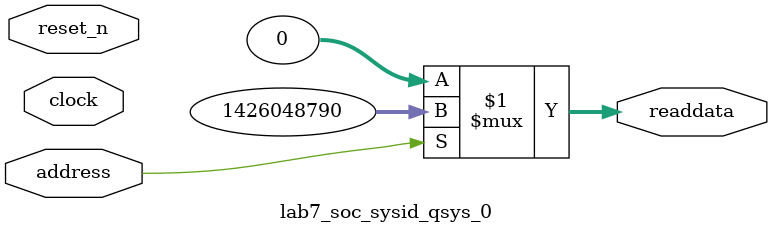
<source format=v>

`timescale 1ns / 1ps
// synthesis translate_on

// turn off superfluous verilog processor warnings 
// altera message_level Level1 
// altera message_off 10034 10035 10036 10037 10230 10240 10030 

module lab7_soc_sysid_qsys_0 (
               // inputs:
                address,
                clock,
                reset_n,

               // outputs:
                readdata
             )
;

  output  [ 31: 0] readdata;
  input            address;
  input            clock;
  input            reset_n;

  wire    [ 31: 0] readdata;
  //control_slave, which is an e_avalon_slave
  assign readdata = address ? 1426048790 : 0;

endmodule




</source>
